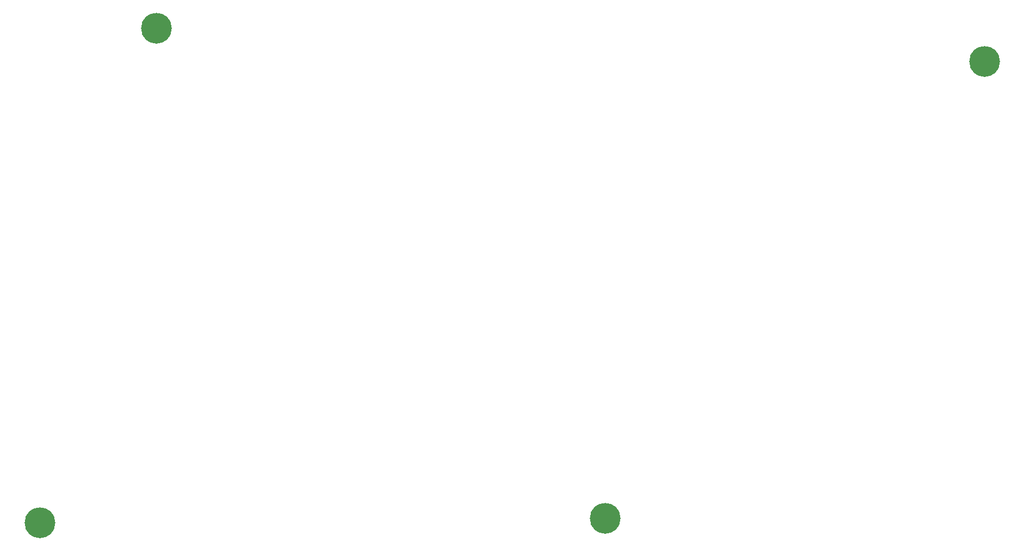
<source format=gbr>
%TF.GenerationSoftware,KiCad,Pcbnew,(6.0.7)*%
%TF.CreationDate,2022-08-16T18:04:40+00:00*%
%TF.ProjectId,top-right,746f702d-7269-4676-9874-2e6b69636164,rev?*%
%TF.SameCoordinates,Original*%
%TF.FileFunction,Copper,L2,Bot*%
%TF.FilePolarity,Positive*%
%FSLAX46Y46*%
G04 Gerber Fmt 4.6, Leading zero omitted, Abs format (unit mm)*
G04 Created by KiCad (PCBNEW (6.0.7)) date 2022-08-16 18:04:40*
%MOMM*%
%LPD*%
G01*
G04 APERTURE LIST*
%TA.AperFunction,ComponentPad*%
%ADD10C,4.700000*%
%TD*%
G04 APERTURE END LIST*
D10*
%TO.P,TH5,*%
%TO.N,*%
X107440000Y-50530000D03*
%TD*%
%TO.P,TH5,*%
%TO.N,*%
X233840000Y-55550000D03*
%TD*%
%TO.P,TH5,*%
%TO.N,*%
X175990000Y-125450000D03*
%TD*%
%TO.P,TH5,*%
%TO.N,*%
X89660000Y-126080000D03*
%TD*%
M02*

</source>
